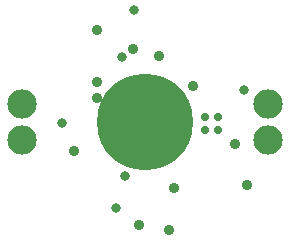
<source format=gts>
G04 Layer_Color=20142*
%FSLAX24Y24*%
%MOIN*%
G70*
G01*
G75*
%ADD32C,0.3200*%
%ADD33C,0.0980*%
%ADD34C,0.0320*%
%ADD35C,0.0356*%
%ADD36C,0.0277*%
D32*
X23622Y23622D02*
D03*
D33*
X19522Y24222D02*
D03*
Y23022D02*
D03*
X27722D02*
D03*
Y24222D02*
D03*
D34*
X23268Y27362D02*
D03*
X20866Y23583D02*
D03*
X22874Y25787D02*
D03*
X26929Y24685D02*
D03*
X22677Y20748D02*
D03*
X22953Y21811D02*
D03*
D35*
X27047Y21535D02*
D03*
X26650Y22900D02*
D03*
X24111Y25810D02*
D03*
X22020Y24966D02*
D03*
Y26700D02*
D03*
X21270Y22670D02*
D03*
X23228Y26070D02*
D03*
X24598Y21417D02*
D03*
X25230Y24840D02*
D03*
X22020Y24410D02*
D03*
X23425Y20180D02*
D03*
X24450Y20028D02*
D03*
D36*
X25650Y23366D02*
D03*
X26083D02*
D03*
X25650Y23799D02*
D03*
X26083D02*
D03*
M02*

</source>
